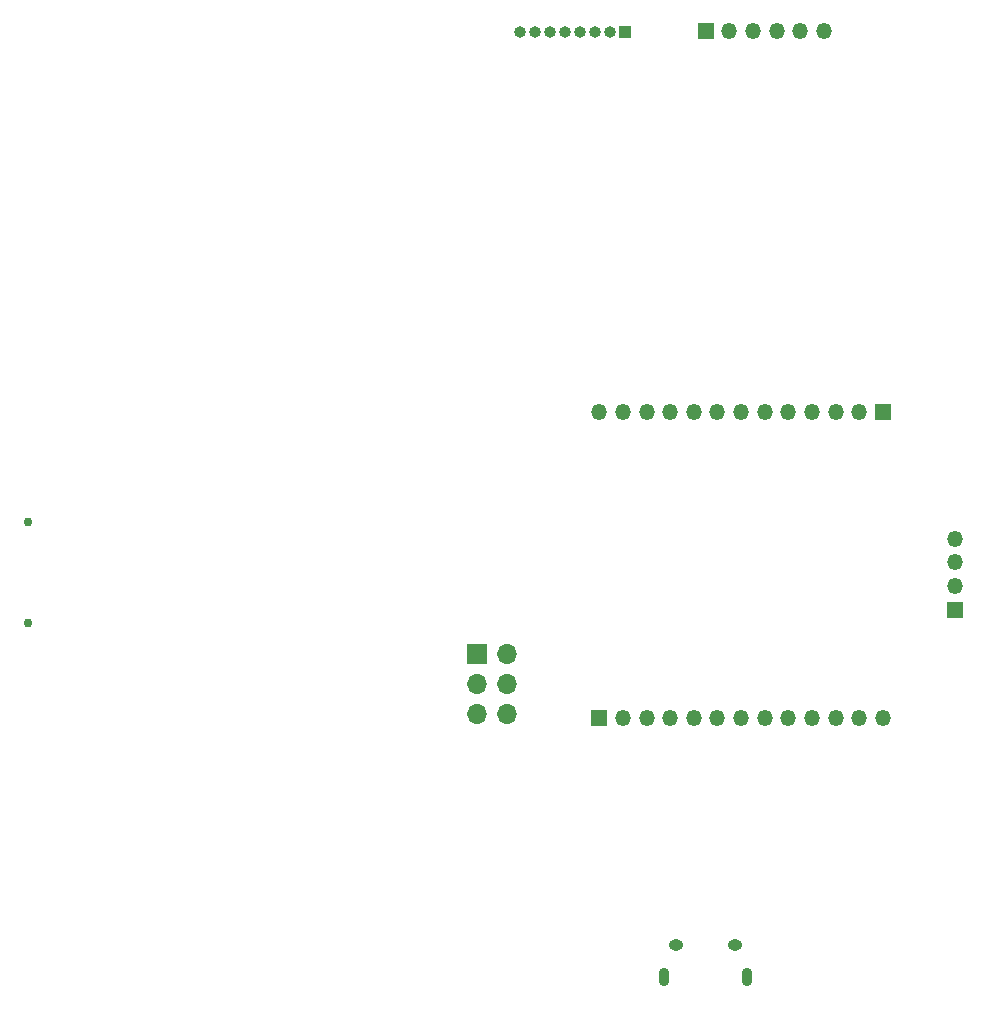
<source format=gbr>
%TF.GenerationSoftware,KiCad,Pcbnew,7.0.5*%
%TF.CreationDate,2024-05-26T12:31:29+03:00*%
%TF.ProjectId,LoRa_MuPr-VAF4751,4c6f5261-5f4d-4755-9072-2d5641463437,rev?*%
%TF.SameCoordinates,Original*%
%TF.FileFunction,Soldermask,Bot*%
%TF.FilePolarity,Negative*%
%FSLAX46Y46*%
G04 Gerber Fmt 4.6, Leading zero omitted, Abs format (unit mm)*
G04 Created by KiCad (PCBNEW 7.0.5) date 2024-05-26 12:31:29*
%MOMM*%
%LPD*%
G01*
G04 APERTURE LIST*
%ADD10R,1.350000X1.350000*%
%ADD11O,1.350000X1.350000*%
%ADD12R,1.700000X1.700000*%
%ADD13O,1.700000X1.700000*%
%ADD14O,0.890000X1.550000*%
%ADD15O,1.250000X0.950000*%
%ADD16R,1.000000X1.000000*%
%ADD17O,1.000000X1.000000*%
%ADD18C,0.750000*%
G04 APERTURE END LIST*
D10*
%TO.C,J11*%
X143095921Y-117576257D03*
D11*
X145095921Y-117576257D03*
X147095921Y-117576257D03*
X149095921Y-117576257D03*
X151095921Y-117576257D03*
X153095921Y-117576257D03*
X155095921Y-117576257D03*
X157095921Y-117576257D03*
X159095921Y-117576257D03*
X161095921Y-117576257D03*
X163095921Y-117576257D03*
X165095921Y-117576257D03*
X167095921Y-117576257D03*
%TD*%
D10*
%TO.C,J5*%
X152102000Y-59461101D03*
D11*
X154102000Y-59461101D03*
X156102000Y-59461101D03*
X158102000Y-59461101D03*
X160102000Y-59461101D03*
X162102000Y-59461101D03*
%TD*%
D12*
%TO.C,J3*%
X132760000Y-112160000D03*
D13*
X135300000Y-112160000D03*
X132760000Y-114700000D03*
X135300000Y-114700000D03*
X132760000Y-117240000D03*
X135300000Y-117240000D03*
%TD*%
D14*
%TO.C,U6*%
X148587500Y-139500000D03*
D15*
X149587500Y-136800000D03*
X154587500Y-136800000D03*
D14*
X155587500Y-139500000D03*
%TD*%
D16*
%TO.C,J6*%
X145301500Y-59511101D03*
D17*
X144031500Y-59511101D03*
X142761500Y-59511101D03*
X141491500Y-59511101D03*
X140221500Y-59511101D03*
X138951500Y-59511101D03*
X137681500Y-59511101D03*
X136411500Y-59511101D03*
%TD*%
D18*
%TO.C,J1*%
X94712500Y-101037500D03*
X94712500Y-109537500D03*
%TD*%
D10*
%TO.C,J10*%
X167095922Y-91719059D03*
D11*
X165095922Y-91719059D03*
X163095922Y-91719059D03*
X161095922Y-91719059D03*
X159095922Y-91719059D03*
X157095922Y-91719059D03*
X155095922Y-91719059D03*
X153095922Y-91719059D03*
X151095922Y-91719059D03*
X149095922Y-91719059D03*
X147095922Y-91719059D03*
X145095922Y-91719059D03*
X143095922Y-91719059D03*
%TD*%
D10*
%TO.C,J2*%
X173208946Y-108411371D03*
D11*
X173208946Y-106411371D03*
X173208946Y-104411371D03*
X173208946Y-102411371D03*
%TD*%
M02*

</source>
